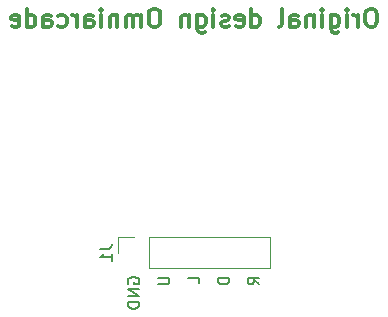
<source format=gbo>
%TF.GenerationSoftware,KiCad,Pcbnew,(6.0.4)*%
%TF.CreationDate,2022-05-01T19:09:37-04:00*%
%TF.ProjectId,odin,6f64696e-2e6b-4696-9361-645f70636258,rev?*%
%TF.SameCoordinates,Original*%
%TF.FileFunction,Legend,Bot*%
%TF.FilePolarity,Positive*%
%FSLAX46Y46*%
G04 Gerber Fmt 4.6, Leading zero omitted, Abs format (unit mm)*
G04 Created by KiCad (PCBNEW (6.0.4)) date 2022-05-01 19:09:37*
%MOMM*%
%LPD*%
G01*
G04 APERTURE LIST*
%ADD10C,0.300000*%
%ADD11C,0.150000*%
%ADD12C,0.120000*%
%ADD13C,1.900000*%
%ADD14C,3.450000*%
%ADD15C,2.200000*%
%ADD16C,3.200000*%
%ADD17R,1.700000X1.700000*%
%ADD18O,1.700000X1.700000*%
G04 APERTURE END LIST*
D10*
X167542857Y-79188571D02*
X167257142Y-79188571D01*
X167114285Y-79260000D01*
X166971428Y-79402857D01*
X166900000Y-79688571D01*
X166900000Y-80188571D01*
X166971428Y-80474285D01*
X167114285Y-80617142D01*
X167257142Y-80688571D01*
X167542857Y-80688571D01*
X167685714Y-80617142D01*
X167828571Y-80474285D01*
X167900000Y-80188571D01*
X167900000Y-79688571D01*
X167828571Y-79402857D01*
X167685714Y-79260000D01*
X167542857Y-79188571D01*
X166257142Y-80688571D02*
X166257142Y-79688571D01*
X166257142Y-79974285D02*
X166185714Y-79831428D01*
X166114285Y-79760000D01*
X165971428Y-79688571D01*
X165828571Y-79688571D01*
X165328571Y-80688571D02*
X165328571Y-79688571D01*
X165328571Y-79188571D02*
X165400000Y-79260000D01*
X165328571Y-79331428D01*
X165257142Y-79260000D01*
X165328571Y-79188571D01*
X165328571Y-79331428D01*
X163971428Y-79688571D02*
X163971428Y-80902857D01*
X164042857Y-81045714D01*
X164114285Y-81117142D01*
X164257142Y-81188571D01*
X164471428Y-81188571D01*
X164614285Y-81117142D01*
X163971428Y-80617142D02*
X164114285Y-80688571D01*
X164400000Y-80688571D01*
X164542857Y-80617142D01*
X164614285Y-80545714D01*
X164685714Y-80402857D01*
X164685714Y-79974285D01*
X164614285Y-79831428D01*
X164542857Y-79760000D01*
X164400000Y-79688571D01*
X164114285Y-79688571D01*
X163971428Y-79760000D01*
X163257142Y-80688571D02*
X163257142Y-79688571D01*
X163257142Y-79188571D02*
X163328571Y-79260000D01*
X163257142Y-79331428D01*
X163185714Y-79260000D01*
X163257142Y-79188571D01*
X163257142Y-79331428D01*
X162542857Y-79688571D02*
X162542857Y-80688571D01*
X162542857Y-79831428D02*
X162471428Y-79760000D01*
X162328571Y-79688571D01*
X162114285Y-79688571D01*
X161971428Y-79760000D01*
X161900000Y-79902857D01*
X161900000Y-80688571D01*
X160542857Y-80688571D02*
X160542857Y-79902857D01*
X160614285Y-79760000D01*
X160757142Y-79688571D01*
X161042857Y-79688571D01*
X161185714Y-79760000D01*
X160542857Y-80617142D02*
X160685714Y-80688571D01*
X161042857Y-80688571D01*
X161185714Y-80617142D01*
X161257142Y-80474285D01*
X161257142Y-80331428D01*
X161185714Y-80188571D01*
X161042857Y-80117142D01*
X160685714Y-80117142D01*
X160542857Y-80045714D01*
X159614285Y-80688571D02*
X159757142Y-80617142D01*
X159828571Y-80474285D01*
X159828571Y-79188571D01*
X157257142Y-80688571D02*
X157257142Y-79188571D01*
X157257142Y-80617142D02*
X157400000Y-80688571D01*
X157685714Y-80688571D01*
X157828571Y-80617142D01*
X157900000Y-80545714D01*
X157971428Y-80402857D01*
X157971428Y-79974285D01*
X157900000Y-79831428D01*
X157828571Y-79760000D01*
X157685714Y-79688571D01*
X157400000Y-79688571D01*
X157257142Y-79760000D01*
X155971428Y-80617142D02*
X156114285Y-80688571D01*
X156400000Y-80688571D01*
X156542857Y-80617142D01*
X156614285Y-80474285D01*
X156614285Y-79902857D01*
X156542857Y-79760000D01*
X156400000Y-79688571D01*
X156114285Y-79688571D01*
X155971428Y-79760000D01*
X155900000Y-79902857D01*
X155900000Y-80045714D01*
X156614285Y-80188571D01*
X155328571Y-80617142D02*
X155185714Y-80688571D01*
X154900000Y-80688571D01*
X154757142Y-80617142D01*
X154685714Y-80474285D01*
X154685714Y-80402857D01*
X154757142Y-80260000D01*
X154900000Y-80188571D01*
X155114285Y-80188571D01*
X155257142Y-80117142D01*
X155328571Y-79974285D01*
X155328571Y-79902857D01*
X155257142Y-79760000D01*
X155114285Y-79688571D01*
X154900000Y-79688571D01*
X154757142Y-79760000D01*
X154042857Y-80688571D02*
X154042857Y-79688571D01*
X154042857Y-79188571D02*
X154114285Y-79260000D01*
X154042857Y-79331428D01*
X153971428Y-79260000D01*
X154042857Y-79188571D01*
X154042857Y-79331428D01*
X152685714Y-79688571D02*
X152685714Y-80902857D01*
X152757142Y-81045714D01*
X152828571Y-81117142D01*
X152971428Y-81188571D01*
X153185714Y-81188571D01*
X153328571Y-81117142D01*
X152685714Y-80617142D02*
X152828571Y-80688571D01*
X153114285Y-80688571D01*
X153257142Y-80617142D01*
X153328571Y-80545714D01*
X153400000Y-80402857D01*
X153400000Y-79974285D01*
X153328571Y-79831428D01*
X153257142Y-79760000D01*
X153114285Y-79688571D01*
X152828571Y-79688571D01*
X152685714Y-79760000D01*
X151971428Y-79688571D02*
X151971428Y-80688571D01*
X151971428Y-79831428D02*
X151900000Y-79760000D01*
X151757142Y-79688571D01*
X151542857Y-79688571D01*
X151400000Y-79760000D01*
X151328571Y-79902857D01*
X151328571Y-80688571D01*
X149185714Y-79188571D02*
X148900000Y-79188571D01*
X148757142Y-79260000D01*
X148614285Y-79402857D01*
X148542857Y-79688571D01*
X148542857Y-80188571D01*
X148614285Y-80474285D01*
X148757142Y-80617142D01*
X148900000Y-80688571D01*
X149185714Y-80688571D01*
X149328571Y-80617142D01*
X149471428Y-80474285D01*
X149542857Y-80188571D01*
X149542857Y-79688571D01*
X149471428Y-79402857D01*
X149328571Y-79260000D01*
X149185714Y-79188571D01*
X147900000Y-80688571D02*
X147900000Y-79688571D01*
X147900000Y-79831428D02*
X147828571Y-79760000D01*
X147685714Y-79688571D01*
X147471428Y-79688571D01*
X147328571Y-79760000D01*
X147257142Y-79902857D01*
X147257142Y-80688571D01*
X147257142Y-79902857D02*
X147185714Y-79760000D01*
X147042857Y-79688571D01*
X146828571Y-79688571D01*
X146685714Y-79760000D01*
X146614285Y-79902857D01*
X146614285Y-80688571D01*
X145900000Y-79688571D02*
X145900000Y-80688571D01*
X145900000Y-79831428D02*
X145828571Y-79760000D01*
X145685714Y-79688571D01*
X145471428Y-79688571D01*
X145328571Y-79760000D01*
X145257142Y-79902857D01*
X145257142Y-80688571D01*
X144542857Y-80688571D02*
X144542857Y-79688571D01*
X144542857Y-79188571D02*
X144614285Y-79260000D01*
X144542857Y-79331428D01*
X144471428Y-79260000D01*
X144542857Y-79188571D01*
X144542857Y-79331428D01*
X143185714Y-80688571D02*
X143185714Y-79902857D01*
X143257142Y-79760000D01*
X143400000Y-79688571D01*
X143685714Y-79688571D01*
X143828571Y-79760000D01*
X143185714Y-80617142D02*
X143328571Y-80688571D01*
X143685714Y-80688571D01*
X143828571Y-80617142D01*
X143900000Y-80474285D01*
X143900000Y-80331428D01*
X143828571Y-80188571D01*
X143685714Y-80117142D01*
X143328571Y-80117142D01*
X143185714Y-80045714D01*
X142471428Y-80688571D02*
X142471428Y-79688571D01*
X142471428Y-79974285D02*
X142400000Y-79831428D01*
X142328571Y-79760000D01*
X142185714Y-79688571D01*
X142042857Y-79688571D01*
X140900000Y-80617142D02*
X141042857Y-80688571D01*
X141328571Y-80688571D01*
X141471428Y-80617142D01*
X141542857Y-80545714D01*
X141614285Y-80402857D01*
X141614285Y-79974285D01*
X141542857Y-79831428D01*
X141471428Y-79760000D01*
X141328571Y-79688571D01*
X141042857Y-79688571D01*
X140900000Y-79760000D01*
X139614285Y-80688571D02*
X139614285Y-79902857D01*
X139685714Y-79760000D01*
X139828571Y-79688571D01*
X140114285Y-79688571D01*
X140257142Y-79760000D01*
X139614285Y-80617142D02*
X139757142Y-80688571D01*
X140114285Y-80688571D01*
X140257142Y-80617142D01*
X140328571Y-80474285D01*
X140328571Y-80331428D01*
X140257142Y-80188571D01*
X140114285Y-80117142D01*
X139757142Y-80117142D01*
X139614285Y-80045714D01*
X138257142Y-80688571D02*
X138257142Y-79188571D01*
X138257142Y-80617142D02*
X138400000Y-80688571D01*
X138685714Y-80688571D01*
X138828571Y-80617142D01*
X138900000Y-80545714D01*
X138971428Y-80402857D01*
X138971428Y-79974285D01*
X138900000Y-79831428D01*
X138828571Y-79760000D01*
X138685714Y-79688571D01*
X138400000Y-79688571D01*
X138257142Y-79760000D01*
X136971428Y-80617142D02*
X137114285Y-80688571D01*
X137400000Y-80688571D01*
X137542857Y-80617142D01*
X137614285Y-80474285D01*
X137614285Y-79902857D01*
X137542857Y-79760000D01*
X137400000Y-79688571D01*
X137114285Y-79688571D01*
X136971428Y-79760000D01*
X136900000Y-79902857D01*
X136900000Y-80045714D01*
X137614285Y-80188571D01*
D11*
X149312380Y-101935595D02*
X150121904Y-101935595D01*
X150217142Y-101983214D01*
X150264761Y-102030833D01*
X150312380Y-102126071D01*
X150312380Y-102316547D01*
X150264761Y-102411785D01*
X150217142Y-102459404D01*
X150121904Y-102507023D01*
X149312380Y-102507023D01*
X146820000Y-102459404D02*
X146772380Y-102364166D01*
X146772380Y-102221309D01*
X146820000Y-102078452D01*
X146915238Y-101983214D01*
X147010476Y-101935595D01*
X147200952Y-101887976D01*
X147343809Y-101887976D01*
X147534285Y-101935595D01*
X147629523Y-101983214D01*
X147724761Y-102078452D01*
X147772380Y-102221309D01*
X147772380Y-102316547D01*
X147724761Y-102459404D01*
X147677142Y-102507023D01*
X147343809Y-102507023D01*
X147343809Y-102316547D01*
X147772380Y-102935595D02*
X146772380Y-102935595D01*
X147772380Y-103507023D01*
X146772380Y-103507023D01*
X147772380Y-103983214D02*
X146772380Y-103983214D01*
X146772380Y-104221309D01*
X146820000Y-104364166D01*
X146915238Y-104459404D01*
X147010476Y-104507023D01*
X147200952Y-104554642D01*
X147343809Y-104554642D01*
X147534285Y-104507023D01*
X147629523Y-104459404D01*
X147724761Y-104364166D01*
X147772380Y-104221309D01*
X147772380Y-103983214D01*
X155392380Y-101935595D02*
X154392380Y-101935595D01*
X154392380Y-102173690D01*
X154440000Y-102316547D01*
X154535238Y-102411785D01*
X154630476Y-102459404D01*
X154820952Y-102507023D01*
X154963809Y-102507023D01*
X155154285Y-102459404D01*
X155249523Y-102411785D01*
X155344761Y-102316547D01*
X155392380Y-102173690D01*
X155392380Y-101935595D01*
X157932380Y-102507023D02*
X157456190Y-102173690D01*
X157932380Y-101935595D02*
X156932380Y-101935595D01*
X156932380Y-102316547D01*
X156980000Y-102411785D01*
X157027619Y-102459404D01*
X157122857Y-102507023D01*
X157265714Y-102507023D01*
X157360952Y-102459404D01*
X157408571Y-102411785D01*
X157456190Y-102316547D01*
X157456190Y-101935595D01*
X152852380Y-102411785D02*
X152852380Y-101935595D01*
X151852380Y-101935595D01*
%TO.C,J1*%
X144442380Y-99488666D02*
X145156666Y-99488666D01*
X145299523Y-99441047D01*
X145394761Y-99345809D01*
X145442380Y-99202952D01*
X145442380Y-99107714D01*
X145442380Y-100488666D02*
X145442380Y-99917238D01*
X145442380Y-100202952D02*
X144442380Y-100202952D01*
X144585238Y-100107714D01*
X144680476Y-100012476D01*
X144728095Y-99917238D01*
D12*
X147320000Y-98492000D02*
X145990000Y-98492000D01*
X158810000Y-98492000D02*
X158810000Y-101152000D01*
X148590000Y-98492000D02*
X148590000Y-101152000D01*
X145990000Y-98492000D02*
X145990000Y-99822000D01*
X148590000Y-101152000D02*
X158810000Y-101152000D01*
X148590000Y-98492000D02*
X158810000Y-98492000D01*
%TD*%
%LPC*%
D13*
%TO.C,DOWN*%
X146900000Y-106680000D03*
X157900000Y-106680000D03*
D14*
X152400000Y-106680000D03*
D15*
X152400000Y-112580000D03*
X147400000Y-110480000D03*
%TD*%
D16*
%TO.C,H4*%
X152364707Y-131074155D03*
%TD*%
D13*
%TO.C,RIGHT*%
X162140000Y-106680000D03*
D14*
X167640000Y-106680000D03*
D13*
X173140000Y-106680000D03*
D15*
X167640000Y-112580000D03*
X162640000Y-110480000D03*
%TD*%
D14*
%TO.C,LEFT*%
X137160000Y-106680000D03*
D13*
X131660000Y-106680000D03*
X142660000Y-106680000D03*
D15*
X137160000Y-112580000D03*
X132160000Y-110480000D03*
%TD*%
D16*
%TO.C,H1*%
X133843558Y-73801171D03*
%TD*%
%TO.C,H5*%
X122318125Y-109259704D03*
%TD*%
%TO.C,H3*%
X182456486Y-109167060D03*
%TD*%
D14*
%TO.C,SW2*%
X152400000Y-91440000D03*
D13*
X157900000Y-91440000D03*
X146900000Y-91440000D03*
D15*
X152400000Y-97340000D03*
X147400000Y-95240000D03*
%TD*%
D16*
%TO.C,H2*%
X170841740Y-73872838D03*
%TD*%
D17*
%TO.C,J1*%
X147320000Y-99822000D03*
D18*
X149860000Y-99822000D03*
X152400000Y-99822000D03*
X154940000Y-99822000D03*
X157480000Y-99822000D03*
%TD*%
M02*

</source>
